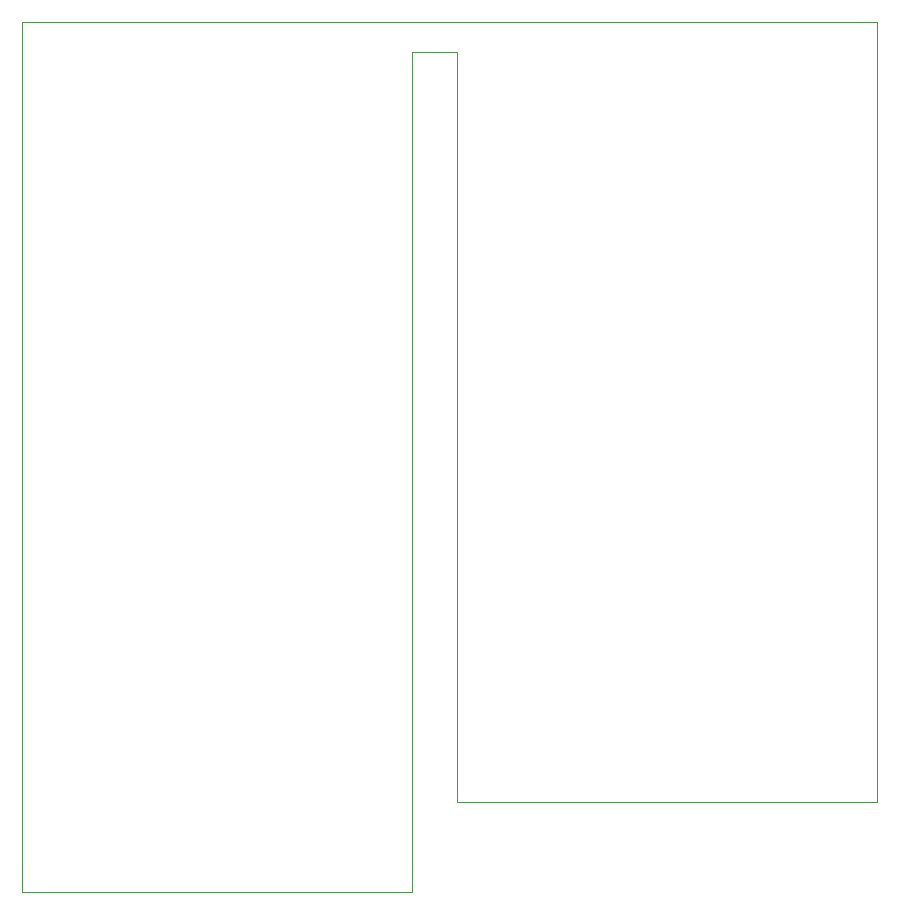
<source format=gbr>
%TF.GenerationSoftware,KiCad,Pcbnew,5.1.10-88a1d61d58~90~ubuntu20.04.1*%
%TF.CreationDate,2021-11-30T21:16:31+09:00*%
%TF.ProjectId,auto-headlight-control-system,6175746f-2d68-4656-9164-6c696768742d,rev?*%
%TF.SameCoordinates,Original*%
%TF.FileFunction,Profile,NP*%
%FSLAX46Y46*%
G04 Gerber Fmt 4.6, Leading zero omitted, Abs format (unit mm)*
G04 Created by KiCad (PCBNEW 5.1.10-88a1d61d58~90~ubuntu20.04.1) date 2021-11-30 21:16:31*
%MOMM*%
%LPD*%
G01*
G04 APERTURE LIST*
%TA.AperFunction,Profile*%
%ADD10C,0.050000*%
%TD*%
G04 APERTURE END LIST*
D10*
X87630000Y-38100000D02*
X87630000Y-101600000D01*
X83820000Y-38100000D02*
X87630000Y-38100000D01*
X83820000Y-109220000D02*
X83820000Y-38100000D01*
X87630000Y-35560000D02*
X83820000Y-35560000D01*
X83820000Y-109220000D02*
X50800000Y-109220000D01*
X50800000Y-109220000D02*
X50800000Y-35560000D01*
X50800000Y-35560000D02*
X83820000Y-35560000D01*
X123190000Y-101600000D02*
X87630000Y-101600000D01*
X123190000Y-35560000D02*
X123190000Y-101600000D01*
X87630000Y-35560000D02*
X123190000Y-35560000D01*
M02*

</source>
